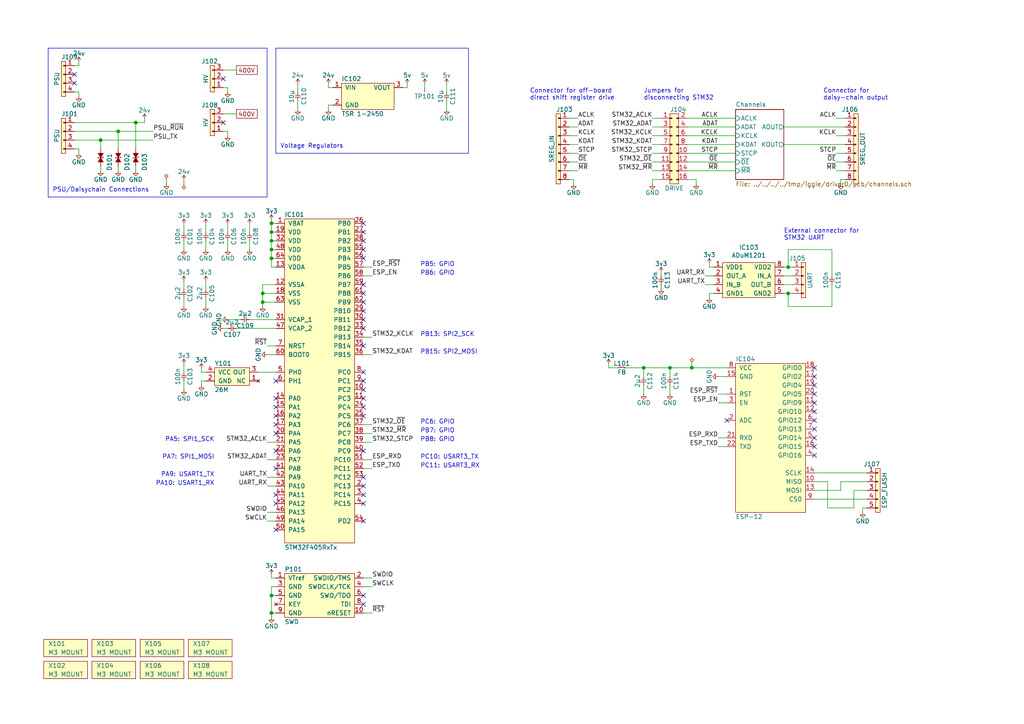
<source format=kicad_sch>
(kicad_sch (version 20230121) (generator eeschema)
  (paper "A4")
  (title_block (title "IGGie Driver Board") (date "2019-09-26") (rev "1"))
  (junction (at 78.74 177.8))
  (junction (at 228.6 85.09))
  (junction (at 228.6 77.47))
  (junction (at 78.74 72.39))
  (junction (at 78.74 74.93))
  (junction (at 76.2 87.63))
  (junction (at 76.2 85.09))
  (junction (at 78.74 67.31))
  (junction (at 39.37 35.56))
  (junction (at 78.74 172.72))
  (junction (at 34.29 38.1))
  (junction (at 186.69 106.68))
  (junction (at 200.66 106.68))
  (junction (at 194.31 106.68))
  (junction (at 78.74 64.77))
  (junction (at 29.21 40.64))
  (junction (at 78.74 69.85))
  (no_connect (at 64.77 22.86))
  (no_connect (at 105.41 138.43))
  (no_connect (at 105.41 113.03))
  (no_connect (at 105.41 69.85))
  (no_connect (at 105.41 118.11))
  (no_connect (at 105.41 140.97))
  (no_connect (at 236.22 127))
  (no_connect (at 105.41 74.93))
  (no_connect (at 80.01 135.89))
  (no_connect (at 236.22 124.46))
  (no_connect (at 210.82 121.92))
  (no_connect (at 105.41 95.25))
  (no_connect (at 80.01 143.51))
  (no_connect (at 105.41 92.71))
  (no_connect (at 105.41 72.39))
  (no_connect (at 236.22 116.84))
  (no_connect (at 236.22 109.22))
  (no_connect (at 236.22 121.92))
  (no_connect (at 21.59 21.59))
  (no_connect (at 236.22 114.3))
  (no_connect (at 105.41 146.05))
  (no_connect (at 105.41 100.33))
  (no_connect (at 105.41 110.49))
  (no_connect (at 105.41 172.72))
  (no_connect (at 80.01 146.05))
  (no_connect (at 80.01 153.67))
  (no_connect (at 80.01 115.57))
  (no_connect (at 105.41 82.55))
  (no_connect (at 105.41 120.65))
  (no_connect (at 105.41 85.09))
  (no_connect (at 105.41 107.95))
  (no_connect (at 236.22 132.08))
  (no_connect (at 80.01 123.19))
  (no_connect (at 80.01 110.49))
  (no_connect (at 105.41 64.77))
  (no_connect (at 236.22 129.54))
  (no_connect (at 105.41 143.51))
  (no_connect (at 105.41 130.81))
  (no_connect (at 236.22 106.68))
  (no_connect (at 64.77 35.56))
  (no_connect (at 105.41 67.31))
  (no_connect (at 21.59 24.13))
  (no_connect (at 105.41 90.17))
  (no_connect (at 80.01 120.65))
  (no_connect (at 105.41 87.63))
  (no_connect (at 236.22 111.76))
  (no_connect (at 80.01 125.73))
  (no_connect (at 105.41 115.57))
  (no_connect (at 236.22 119.38))
  (no_connect (at 80.01 130.81))
  (no_connect (at 80.01 118.11))
  (no_connect (at 105.41 151.13))
  (no_connect (at 105.41 175.26))
  (wire (pts (xy 227.33 82.55) (xy 229.87 82.55)))
  (wire (pts (xy 227.33 36.83) (xy 245.11 36.83)))
  (wire (pts (xy 78.74 74.93) (xy 80.01 74.93)))
  (wire (pts (xy 41.91 35.56) (xy 39.37 35.56)))
  (wire (pts (xy 123.19 24.13) (xy 123.19 25.4)))
  (wire (pts (xy 228.6 77.47) (xy 227.33 77.47)))
  (wire (pts (xy 66.04 25.4) (xy 64.77 25.4)))
  (wire (pts (xy 165.1 39.37) (xy 167.64 39.37)))
  (wire (pts (xy 208.28 114.3) (xy 210.82 114.3)))
  (wire (pts (xy 243.84 53.34) (xy 243.84 52.07)))
  (wire (pts (xy 129.54 31.75) (xy 129.54 29.21)))
  (wire (pts (xy 191.77 49.53) (xy 189.23 49.53)))
  (wire (pts (xy 80.01 67.31) (xy 78.74 67.31)))
  (wire (pts (xy 186.69 106.68) (xy 194.31 106.68)))
  (wire (pts (xy 66.04 38.1) (xy 64.77 38.1)))
  (wire (pts (xy 186.69 114.3) (xy 186.69 111.76)))
  (wire (pts (xy 76.2 88.9) (xy 76.2 87.63)))
  (wire (pts (xy 80.01 85.09) (xy 76.2 85.09)))
  (wire (pts (xy 204.47 80.01) (xy 207.01 80.01)))
  (wire (pts (xy 22.86 19.05) (xy 22.86 17.78)))
  (wire (pts (xy 241.3 88.9) (xy 228.6 88.9)))
  (wire (pts (xy 199.39 46.99) (xy 213.36 46.99)))
  (wire (pts (xy 21.59 40.64) (xy 29.21 40.64)))
  (wire (pts (xy 245.11 49.53) (xy 242.57 49.53)))
  (wire (pts (xy 59.69 88.9) (xy 59.69 86.36)))
  (wire (pts (xy 210.82 116.84) (xy 208.28 116.84)))
  (wire (pts (xy 78.74 67.31) (xy 78.74 69.85)))
  (wire (pts (xy 22.86 43.18) (xy 22.86 44.45)))
  (wire (pts (xy 181.61 106.68) (xy 186.69 106.68)))
  (wire (pts (xy 105.41 125.73) (xy 107.95 125.73)))
  (wire (pts (xy 165.1 34.29) (xy 167.64 34.29)))
  (wire (pts (xy 53.34 53.34) (xy 53.34 52.07)))
  (wire (pts (xy 194.31 109.22) (xy 194.31 106.68)))
  (wire (pts (xy 34.29 49.53) (xy 34.29 48.26)))
  (wire (pts (xy 200.66 106.68) (xy 210.82 106.68)))
  (wire (pts (xy 227.33 41.91) (xy 245.11 41.91)))
  (wire (pts (xy 21.59 43.18) (xy 22.86 43.18)))
  (wire (pts (xy 165.1 41.91) (xy 167.64 41.91)))
  (wire (pts (xy 66.04 92.71) (xy 69.85 92.71)))
  (wire (pts (xy 165.1 46.99) (xy 167.64 46.99)))
  (wire (pts (xy 78.74 64.77) (xy 78.74 67.31)))
  (wire (pts (xy 78.74 74.93) (xy 78.74 77.47)))
  (wire (pts (xy 53.34 83.82) (xy 53.34 81.28)))
  (wire (pts (xy 77.47 148.59) (xy 80.01 148.59)))
  (wire (pts (xy 76.2 85.09) (xy 76.2 82.55)))
  (wire (pts (xy 21.59 19.05) (xy 22.86 19.05)))
  (wire (pts (xy 199.39 44.45) (xy 213.36 44.45)))
  (wire (pts (xy 53.34 88.9) (xy 53.34 86.36)))
  (wire (pts (xy 165.1 36.83) (xy 167.64 36.83)))
  (wire (pts (xy 72.39 92.71) (xy 80.01 92.71)))
  (wire (pts (xy 165.1 52.07) (xy 166.37 52.07)))
  (wire (pts (xy 76.2 87.63) (xy 76.2 85.09)))
  (wire (pts (xy 59.69 83.82) (xy 59.69 81.28)))
  (wire (pts (xy 129.54 26.67) (xy 129.54 24.13)))
  (polyline (pts (xy 13.97 13.97) (xy 77.47 13.97)))
  (wire (pts (xy 205.74 86.36) (xy 205.74 85.09)))
  (wire (pts (xy 105.41 167.64) (xy 107.95 167.64)))
  (polyline (pts (xy 77.47 57.15) (xy 13.97 57.15)))
  (wire (pts (xy 205.74 85.09) (xy 207.01 85.09)))
  (wire (pts (xy 199.39 41.91) (xy 213.36 41.91)))
  (wire (pts (xy 80.01 95.25) (xy 68.58 95.25)))
  (wire (pts (xy 80.01 87.63) (xy 76.2 87.63)))
  (wire (pts (xy 76.2 82.55) (xy 80.01 82.55)))
  (wire (pts (xy 194.31 114.3) (xy 194.31 111.76)))
  (wire (pts (xy 80.01 177.8) (xy 78.74 177.8)))
  (wire (pts (xy 64.77 95.25) (xy 66.04 95.25)))
  (wire (pts (xy 58.42 110.49) (xy 59.69 110.49)))
  (wire (pts (xy 191.77 83.82) (xy 191.77 82.55)))
  (wire (pts (xy 250.19 148.59) (xy 250.19 147.32)))
  (wire (pts (xy 105.41 133.35) (xy 107.95 133.35)))
  (wire (pts (xy 72.39 72.39) (xy 72.39 69.85)))
  (polyline (pts (xy 135.89 44.45) (xy 135.89 13.97)))
  (wire (pts (xy 29.21 40.64) (xy 29.21 43.18)))
  (wire (pts (xy 229.87 80.01) (xy 227.33 80.01)))
  (wire (pts (xy 191.77 80.01) (xy 191.77 78.74)))
  (wire (pts (xy 118.11 25.4) (xy 118.11 24.13)))
  (wire (pts (xy 199.39 34.29) (xy 213.36 34.29)))
  (wire (pts (xy 189.23 52.07) (xy 191.77 52.07)))
  (wire (pts (xy 78.74 167.64) (xy 80.01 167.64)))
  (wire (pts (xy 78.74 179.07) (xy 78.74 177.8)))
  (wire (pts (xy 80.01 69.85) (xy 78.74 69.85)))
  (wire (pts (xy 95.25 25.4) (xy 96.52 25.4)))
  (wire (pts (xy 165.1 44.45) (xy 167.64 44.45)))
  (wire (pts (xy 116.84 25.4) (xy 118.11 25.4)))
  (wire (pts (xy 95.25 24.13) (xy 95.25 25.4)))
  (wire (pts (xy 247.65 147.32) (xy 247.65 142.24)))
  (wire (pts (xy 34.29 38.1) (xy 34.29 43.18)))
  (wire (pts (xy 58.42 107.95) (xy 58.42 106.68)))
  (wire (pts (xy 245.11 44.45) (xy 242.57 44.45)))
  (wire (pts (xy 247.65 142.24) (xy 251.46 142.24)))
  (wire (pts (xy 39.37 48.26) (xy 39.37 49.53)))
  (wire (pts (xy 78.74 166.37) (xy 78.74 167.64)))
  (wire (pts (xy 191.77 34.29) (xy 189.23 34.29)))
  (wire (pts (xy 105.41 170.18) (xy 107.95 170.18)))
  (wire (pts (xy 34.29 38.1) (xy 44.45 38.1)))
  (wire (pts (xy 245.11 39.37) (xy 242.57 39.37)))
  (wire (pts (xy 21.59 35.56) (xy 39.37 35.56)))
  (wire (pts (xy 191.77 44.45) (xy 189.23 44.45)))
  (wire (pts (xy 191.77 46.99) (xy 189.23 46.99)))
  (wire (pts (xy 199.39 52.07) (xy 201.93 52.07)))
  (wire (pts (xy 251.46 144.78) (xy 236.22 144.78)))
  (wire (pts (xy 86.36 31.75) (xy 86.36 29.21)))
  (wire (pts (xy 78.74 177.8) (xy 78.74 172.72)))
  (wire (pts (xy 105.41 77.47) (xy 107.95 77.47)))
  (wire (pts (xy 107.95 97.79) (xy 105.41 97.79)))
  (wire (pts (xy 236.22 139.7) (xy 240.03 139.7)))
  (wire (pts (xy 241.3 72.39) (xy 241.3 80.01)))
  (wire (pts (xy 78.74 63.5) (xy 78.74 64.77)))
  (wire (pts (xy 243.84 52.07) (xy 245.11 52.07)))
  (wire (pts (xy 228.6 72.39) (xy 241.3 72.39)))
  (wire (pts (xy 53.34 72.39) (xy 53.34 69.85)))
  (wire (pts (xy 240.03 139.7) (xy 240.03 147.32)))
  (wire (pts (xy 21.59 26.67) (xy 22.86 26.67)))
  (wire (pts (xy 66.04 26.67) (xy 66.04 25.4)))
  (wire (pts (xy 77.47 151.13) (xy 80.01 151.13)))
  (wire (pts (xy 194.31 106.68) (xy 200.66 106.68)))
  (wire (pts (xy 107.95 128.27) (xy 105.41 128.27)))
  (polyline (pts (xy 13.97 57.15) (xy 13.97 13.97)))
  (wire (pts (xy 80.01 72.39) (xy 78.74 72.39)))
  (wire (pts (xy 95.25 30.48) (xy 96.52 30.48)))
  (wire (pts (xy 199.39 39.37) (xy 213.36 39.37)))
  (wire (pts (xy 191.77 36.83) (xy 189.23 36.83)))
  (wire (pts (xy 77.47 128.27) (xy 80.01 128.27)))
  (wire (pts (xy 107.95 135.89) (xy 105.41 135.89)))
  (wire (pts (xy 200.66 105.41) (xy 200.66 106.68)))
  (wire (pts (xy 59.69 107.95) (xy 58.42 107.95)))
  (wire (pts (xy 208.28 129.54) (xy 210.82 129.54)))
  (wire (pts (xy 53.34 67.31) (xy 53.34 64.77)))
  (wire (pts (xy 64.77 33.02) (xy 68.58 33.02)))
  (wire (pts (xy 80.01 172.72) (xy 78.74 172.72)))
  (wire (pts (xy 105.41 177.8) (xy 107.95 177.8)))
  (wire (pts (xy 59.69 67.31) (xy 59.69 64.77)))
  (polyline (pts (xy 135.89 13.97) (xy 80.01 13.97)))
  (wire (pts (xy 44.45 40.64) (xy 29.21 40.64)))
  (wire (pts (xy 236.22 142.24) (xy 243.84 142.24)))
  (wire (pts (xy 48.26 53.34) (xy 48.26 52.07)))
  (wire (pts (xy 166.37 52.07) (xy 166.37 53.34)))
  (wire (pts (xy 53.34 107.95) (xy 53.34 105.41)))
  (wire (pts (xy 208.28 109.22) (xy 210.82 109.22)))
  (wire (pts (xy 78.74 69.85) (xy 78.74 72.39)))
  (wire (pts (xy 176.53 106.68) (xy 179.07 106.68)))
  (wire (pts (xy 58.42 111.76) (xy 58.42 110.49)))
  (polyline (pts (xy 80.01 44.45) (xy 135.89 44.45)))
  (wire (pts (xy 199.39 49.53) (xy 213.36 49.53)))
  (wire (pts (xy 41.91 35.56) (xy 41.91 34.29)))
  (wire (pts (xy 228.6 88.9) (xy 228.6 85.09)))
  (wire (pts (xy 245.11 34.29) (xy 242.57 34.29)))
  (wire (pts (xy 205.74 77.47) (xy 207.01 77.47)))
  (wire (pts (xy 66.04 72.39) (xy 66.04 69.85)))
  (wire (pts (xy 176.53 105.41) (xy 176.53 106.68)))
  (wire (pts (xy 80.01 138.43) (xy 77.47 138.43)))
  (wire (pts (xy 107.95 102.87) (xy 105.41 102.87)))
  (wire (pts (xy 201.93 52.07) (xy 201.93 53.34)))
  (polyline (pts (xy 77.47 13.97) (xy 77.47 57.15)))
  (wire (pts (xy 236.22 137.16) (xy 251.46 137.16)))
  (wire (pts (xy 77.47 140.97) (xy 80.01 140.97)))
  (wire (pts (xy 78.74 170.18) (xy 80.01 170.18)))
  (wire (pts (xy 74.93 107.95) (xy 80.01 107.95)))
  (wire (pts (xy 245.11 46.99) (xy 242.57 46.99)))
  (wire (pts (xy 66.04 39.37) (xy 66.04 38.1)))
  (wire (pts (xy 186.69 109.22) (xy 186.69 106.68)))
  (wire (pts (xy 243.84 142.24) (xy 243.84 139.7)))
  (wire (pts (xy 165.1 49.53) (xy 167.64 49.53)))
  (wire (pts (xy 191.77 39.37) (xy 189.23 39.37)))
  (wire (pts (xy 86.36 26.67) (xy 86.36 24.13)))
  (wire (pts (xy 77.47 133.35) (xy 80.01 133.35)))
  (wire (pts (xy 72.39 67.31) (xy 72.39 64.77)))
  (wire (pts (xy 29.21 48.26) (xy 29.21 49.53)))
  (wire (pts (xy 80.01 100.33) (xy 77.47 100.33)))
  (wire (pts (xy 241.3 82.55) (xy 241.3 88.9)))
  (wire (pts (xy 64.77 20.32) (xy 68.58 20.32)))
  (wire (pts (xy 243.84 139.7) (xy 251.46 139.7)))
  (wire (pts (xy 105.41 123.19) (xy 107.95 123.19)))
  (wire (pts (xy 78.74 72.39) (xy 78.74 74.93)))
  (wire (pts (xy 191.77 41.91) (xy 189.23 41.91)))
  (wire (pts (xy 205.74 76.2) (xy 205.74 77.47)))
  (wire (pts (xy 22.86 26.67) (xy 22.86 27.94)))
  (wire (pts (xy 21.59 38.1) (xy 34.29 38.1)))
  (wire (pts (xy 77.47 102.87) (xy 80.01 102.87)))
  (wire (pts (xy 229.87 77.47) (xy 228.6 77.47)))
  (wire (pts (xy 240.03 147.32) (xy 247.65 147.32)))
  (wire (pts (xy 228.6 77.47) (xy 228.6 72.39)))
  (wire (pts (xy 39.37 35.56) (xy 39.37 43.18)))
  (wire (pts (xy 204.47 82.55) (xy 207.01 82.55)))
  (wire (pts (xy 66.04 67.31) (xy 66.04 64.77)))
  (wire (pts (xy 78.74 77.47) (xy 80.01 77.47)))
  (polyline (pts (xy 80.01 13.97) (xy 80.01 44.45)))
  (wire (pts (xy 95.25 31.75) (xy 95.25 30.48)))
  (wire (pts (xy 59.69 72.39) (xy 59.69 69.85)))
  (wire (pts (xy 189.23 53.34) (xy 189.23 52.07)))
  (wire (pts (xy 250.19 147.32) (xy 251.46 147.32)))
  (wire (pts (xy 210.82 127) (xy 208.28 127)))
  (wire (pts (xy 107.95 80.01) (xy 105.41 80.01)))
  (wire (pts (xy 80.01 64.77) (xy 78.74 64.77)))
  (wire (pts (xy 53.34 113.03) (xy 53.34 110.49)))
  (wire (pts (xy 227.33 85.09) (xy 228.6 85.09)))
  (wire (pts (xy 78.74 172.72) (xy 78.74 170.18)))
  (wire (pts (xy 199.39 36.83) (xy 213.36 36.83)))
  (wire (pts (xy 228.6 85.09) (xy 229.87 85.09)))
  (text "PB8: GPIO" (at 121.92 128.27 0) (effects (font (size 1.27 1.27)) (justify left bottom)))
  (text "PC11: USART3_RX" (at 121.92 135.89 0) (effects (font (size 1.27 1.27)) (justify left bottom)))
  (text "Connector for\ndaisy-chain output" (at 238.76 29.21 0) (effects (font (size 1.27 1.27)) (justify left bottom)))
  (text "PB6: GPIO" (at 121.92 80.01 0) (effects (font (size 1.27 1.27)) (justify left bottom)))
  (text "PB7: GPIO" (at 121.92 125.73 0) (effects (font (size 1.27 1.27)) (justify left bottom)))
  (text "PSU/Daisychain Connections" (at 15.24 55.88 0) (effects (font (size 1.27 1.27)) (justify left bottom)))
  (text "Voltage Regulators" (at 81.28 43.18 0) (effects (font (size 1.27 1.27)) (justify left bottom)))
  (text "Jumpers for\ndisconnecting STM32" (at 186.69 29.21 0) (effects (font (size 1.27 1.27)) (justify left bottom)))
  (text "PA10: USART1_RX" (at 62.23 140.97 0) (effects (font (size 1.27 1.27)) (justify right bottom)))
  (text "PB13: SPI2_SCK" (at 121.92 97.79 0) (effects (font (size 1.27 1.27)) (justify left bottom)))
  (text "PB15: SPI2_MOSI" (at 121.92 102.87 0) (effects (font (size 1.27 1.27)) (justify left bottom)))
  (text "PA9: USART1_TX" (at 62.23 138.43 0) (effects (font (size 1.27 1.27)) (justify right bottom)))
  (text "PC10: USART3_TX" (at 121.92 133.35 0) (effects (font (size 1.27 1.27)) (justify left bottom)))
  (text "PC6: GPIO" (at 121.92 123.19 0) (effects (font (size 1.27 1.27)) (justify left bottom)))
  (text "Connector for off-board\ndirect shift register drive" (at 153.67 29.21 0) (effects (font (size 1.27 1.27)) (justify left bottom)))
  (text "PA7: SPI1_MOSI" (at 62.23 133.35 0) (effects (font (size 1.27 1.27)) (justify right bottom)))
  (text "PA5: SPI1_SCK" (at 62.23 128.27 0) (effects (font (size 1.27 1.27)) (justify right bottom)))
  (text "PB5: GPIO" (at 121.92 77.47 0) (effects (font (size 1.27 1.27)) (justify left bottom)))
  (text "External connector for\nSTM32 UART" (at 227.33 69.85 0) (effects (font (size 1.27 1.27)) (justify left bottom)))
  (label "SWDIO" (at 77.47 148.59 180))
  (label "ESP_RXD" (at 208.28 127 180))
  (label "STM32_ACLK" (at 189.23 34.29 180))
  (label "STM32_ACLK" (at 77.47 128.27 180))
  (label "KCLK" (at 242.57 39.37 180))
  (label "ACLK" (at 167.64 34.29 0))
  (label "ACLK" (at 208.28 34.29 180))
  (label "ESP_EN" (at 107.95 80.01 0))
  (label "STM32_~{OE}" (at 107.95 123.19 0))
  (label "~{RST}" (at 77.47 100.33 180))
  (label "~{MR}" (at 208.28 49.53 180))
  (label "STM32_~{OE}" (at 189.23 46.99 180))
  (label "~{OE}" (at 242.57 46.99 180))
  (label "~{OE}" (at 208.28 46.99 180))
  (label "STM32_KCLK" (at 189.23 39.37 180))
  (label "~{MR}" (at 242.57 49.53 180))
  (label "ACLK" (at 242.57 34.29 180))
  (label "~{RST}" (at 107.95 177.8 0))
  (label "STM32_STCP" (at 107.95 128.27 0))
  (label "SWCLK" (at 107.95 170.18 0))
  (label "ESP_TXD" (at 208.28 129.54 180))
  (label "STM32_~{MR}" (at 107.95 125.73 0))
  (label "ESP_RXD" (at 107.95 133.35 0))
  (label "ADAT" (at 208.28 36.83 180))
  (label "ESP_TXD" (at 107.95 135.89 0))
  (label "STM32_KCLK" (at 107.95 97.79 0))
  (label "STM32_STCP" (at 189.23 44.45 180))
  (label "UART_RX" (at 204.47 80.01 180))
  (label "ESP_EN" (at 208.28 116.84 180))
  (label "UART_TX" (at 204.47 82.55 180))
  (label "PSU_~{RUN}" (at 44.45 38.1 0))
  (label "STM32_KDAT" (at 189.23 41.91 180))
  (label "STCP" (at 167.64 44.45 0))
  (label "STM32_ADAT" (at 189.23 36.83 180))
  (label "KDAT" (at 208.28 41.91 180))
  (label "STM32_ADAT" (at 77.47 133.35 180))
  (label "~{MR}" (at 167.64 49.53 0))
  (label "PSU_TX" (at 44.45 40.64 0))
  (label "KCLK" (at 208.28 39.37 180))
  (label "STM32_KDAT" (at 107.95 102.87 0))
  (label "SWDIO" (at 107.95 167.64 0))
  (label "UART_RX" (at 77.47 140.97 180))
  (label "UART_TX" (at 77.47 138.43 180))
  (label "ESP_~{RST}" (at 107.95 77.47 0))
  (label "~{OE}" (at 167.64 46.99 0))
  (label "STCP" (at 208.28 44.45 180))
  (label "KCLK" (at 167.64 39.37 0))
  (label "KDAT" (at 167.64 41.91 0))
  (label "STM32_~{MR}" (at 189.23 49.53 180))
  (label "STCP" (at 242.57 44.45 180))
  (label "ESP_~{RST}" (at 208.28 114.3 180))
  (label "ADAT" (at 167.64 36.83 0))
  (label "SWCLK" (at 77.47 151.13 180))
  (global_label "400V" (shape passive) (at 68.58 20.32 0) (property "Intersheetrefs" "${INTERSHEET_REFS}" (effects hide)))
  (global_label "400V" (shape passive) (at 68.58 33.02 0) (property "Intersheetrefs" "${INTERSHEET_REFS}" (effects hide)))
  (symbol (lib_id "iggie-driver-rescue:CONN_01x03-agg-kicad") (at 62.23 25.4 0) (mirror x) (unit 1)
    (property "Reference" "J102" (at 58.42 17.78 0) (effects (justify left)))
    (property "Value" "HV" (at 59.69 22.86 90))
    (property "Footprint" "agg:MOLEX-KK-254P-03" (effects hide))
    (property "Farnell" "1360131" (effects hide))
  )
  (symbol (lib_id "iggie-driver-rescue:GND-agg-kicad") (at 66.04 26.67 0) (mirror y) (unit 1)
    (property "Reference" "#PWR0121" (effects hide))
    (property "Value" "GND" (at 66.04 29.21 0))
  )
  (symbol (lib_id "iggie-driver-rescue:GND-agg-kicad") (at 66.04 39.37 0) (mirror y) (unit 1)
    (property "Reference" "#PWR0153" (effects hide))
    (property "Value" "GND" (at 66.04 41.91 0))
  )
  (symbol (lib_id "iggie-driver-rescue:CONN_01x03-agg-kicad") (at 62.23 38.1 0) (mirror x) (unit 1)
    (property "Reference" "J108" (at 58.42 30.48 0) (effects (justify left)))
    (property "Value" "HV" (at 59.69 35.56 90))
    (property "Footprint" "agg:MOLEX-KK-254P-03" (effects hide))
    (property "Farnell" "1360131" (effects hide))
  )
  (symbol (lib_id "iggie-driver-rescue:5v-agg-kicad") (at 118.11 24.13 0) (unit 1)
    (property "Reference" "#PWR0136" (effects hide))
    (property "Value" "5v" (at 118.11 21.844 0))
  )
  (symbol (lib_id "iggie-driver-rescue:5v-agg-kicad") (at 123.19 24.13 0) (unit 1)
    (property "Reference" "#PWR0137" (effects hide))
    (property "Value" "5v" (at 123.19 21.844 0))
  )
  (symbol (lib_id "iggie-driver-rescue:5v-agg-kicad") (at 129.54 24.13 0) (unit 1)
    (property "Reference" "#PWR0138" (effects hide))
    (property "Value" "5v" (at 129.54 21.844 0))
  )
  (symbol (lib_id "iggie-driver-rescue:CONN_01x04-agg-kicad") (at 19.05 19.05 0) (unit 1)
    (property "Reference" "J109" (at 17.78 16.51 0) (effects (justify left)))
    (property "Value" "PSU" (at 16.51 22.86 90))
    (property "Footprint" "agg:MOLEX-KK-254P-04" (effects hide))
    (property "Farnell" "1360132" (effects hide))
  )
  (symbol (lib_id "iggie-driver-rescue:24v-agg-kicad") (at 22.86 17.78 0) (unit 1)
    (property "Reference" "#PWR0154" (effects hide))
    (property "Value" "24v" (at 22.86 15.494 0))
  )
  (symbol (lib_id "iggie-driver-rescue:GND-agg-kicad") (at 22.86 27.94 0) (unit 1)
    (property "Reference" "#PWR0155" (effects hide))
    (property "Value" "GND" (at 22.86 30.48 0))
  )
  (symbol (lib_id "iggie-driver-rescue:CONN_01x08-agg-kicad") (at 247.65 34.29 0) (mirror y) (unit 1)
    (property "Reference" "J106" (at 248.92 31.75 0) (effects (justify left)))
    (property "Value" "SREG_OUT" (at 250.19 43.18 90))
    (property "Footprint" "agg:MOLEX-PICOBLADE-53398-0871" (effects hide))
    (property "Farnell" "1125371" (effects hide))
  )
  (symbol (lib_id "iggie-driver-rescue:GND-agg-kicad") (at 243.84 53.34 0) (unit 1)
    (property "Reference" "#PWR0151" (effects hide))
    (property "Value" "GND" (at 243.84 55.88 0))
  )
  (symbol (lib_id "iggie-driver-rescue:ADuM1201-agg-kicad") (at 217.17 80.01 0) (unit 1)
    (property "Reference" "IC103" (at 217.17 71.755 0))
    (property "Value" "ADuM1201" (at 217.17 74.0664 0))
    (property "Footprint" "agg:SOIC-8" (effects hide))
    (property "Farnell" "1078202" (effects hide))
  )
  (symbol (lib_id "iggie-driver-rescue:GND-agg-kicad") (at 205.74 86.36 0) (unit 1)
    (property "Reference" "#PWR0149" (effects hide))
    (property "Value" "GND" (at 205.74 88.9 0))
  )
  (symbol (lib_id "iggie-driver-rescue:3v3-agg-kicad") (at 205.74 76.2 0) (unit 1)
    (property "Reference" "#PWR0148" (effects hide))
    (property "Value" "3v3" (at 205.74 73.914 0))
  )
  (symbol (lib_id "iggie-driver-rescue:C-agg-kicad") (at 191.77 80.01 270) (unit 1)
    (property "Reference" "C113" (at 193.548 81.28 0))
    (property "Value" "100n" (at 189.992 81.28 0))
    (property "Footprint" "agg:0603" (effects hide))
    (property "Farnell" "2320803" (effects hide))
    (property "Voltage" "50V" (effects hide))
  )
  (symbol (lib_id "iggie-driver-rescue:GND-agg-kicad") (at 191.77 83.82 0) (mirror y) (unit 1)
    (property "Reference" "#PWR0145" (effects hide))
    (property "Value" "GND" (at 191.77 86.36 0))
  )
  (symbol (lib_id "iggie-driver-rescue:3v3-agg-kicad") (at 191.77 78.74 0) (unit 1)
    (property "Reference" "#PWR0144" (effects hide))
    (property "Value" "3v3" (at 191.77 76.454 0))
  )
  (symbol (lib_id "iggie-driver-rescue:PWR-agg-kicad") (at 48.26 52.07 0) (unit 1)
    (property "Reference" "#FLG0101" (effects hide))
    (property "Value" "PWR" (effects hide))
  )
  (symbol (lib_id "iggie-driver-rescue:GND-agg-kicad") (at 48.26 53.34 0) (mirror y) (unit 1)
    (property "Reference" "#PWR0106" (effects hide))
    (property "Value" "GND" (at 48.26 55.88 0))
  )
  (symbol (lib_id "iggie-driver-rescue:CONN_01x04-agg-kicad") (at 19.05 35.56 0) (unit 1)
    (property "Reference" "J101" (at 17.78 33.02 0) (effects (justify left)))
    (property "Value" "PSU" (at 16.51 39.37 90))
    (property "Footprint" "agg:MOLEX-KK-254P-04" (effects hide))
    (property "Farnell" "1360132" (effects hide))
  )
  (symbol (lib_id "iggie-driver-rescue:24v-agg-kicad") (at 41.91 34.29 0) (unit 1)
    (property "Reference" "#PWR0105" (effects hide))
    (property "Value" "24v" (at 41.91 32.004 0))
  )
  (symbol (lib_id "iggie-driver-rescue:GND-agg-kicad") (at 22.86 44.45 0) (unit 1)
    (property "Reference" "#PWR0101" (effects hide))
    (property "Value" "GND" (at 22.86 46.99 0))
  )
  (symbol (lib_id "iggie-driver-rescue:ESD_DIODE-agg-kicad") (at 29.21 45.72 270) (unit 1)
    (property "Reference" "D101" (at 31.75 44.45 0) (effects (justify left)))
    (property "Value" "ESD_DIODE" (effects hide))
    (property "Footprint" "agg:0603" (effects hide))
    (property "Farnell" "2368174" (effects hide))
    (property "Voltage" "24V" (effects hide))
  )
  (symbol (lib_id "iggie-driver-rescue:ESD_DIODE-agg-kicad") (at 34.29 45.72 270) (unit 1)
    (property "Reference" "D102" (at 36.83 44.45 0) (effects (justify left)))
    (property "Value" "ESD_DIODE" (effects hide))
    (property "Footprint" "agg:0603" (effects hide))
    (property "Farnell" "2368174" (effects hide))
    (property "Voltage" "24V" (effects hide))
  )
  (symbol (lib_id "iggie-driver-rescue:ESD_DIODE-agg-kicad") (at 39.37 45.72 270) (unit 1)
    (property "Reference" "D103" (at 41.91 44.45 0) (effects (justify left)))
    (property "Value" "ESD_DIODE" (effects hide))
    (property "Footprint" "agg:0603" (effects hide))
    (property "Farnell" "2368174" (effects hide))
    (property "Voltage" "24V" (effects hide))
  )
  (symbol (lib_id "iggie-driver-rescue:GND-agg-kicad") (at 29.21 49.53 0) (unit 1)
    (property "Reference" "#PWR0102" (effects hide))
    (property "Value" "GND" (at 29.21 52.07 0))
  )
  (symbol (lib_id "iggie-driver-rescue:GND-agg-kicad") (at 34.29 49.53 0) (unit 1)
    (property "Reference" "#PWR0103" (effects hide))
    (property "Value" "GND" (at 34.29 52.07 0))
  )
  (symbol (lib_id "iggie-driver-rescue:GND-agg-kicad") (at 39.37 49.53 0) (unit 1)
    (property "Reference" "#PWR0104" (effects hide))
    (property "Value" "GND" (at 39.37 52.07 0))
  )
  (symbol (lib_id "iggie-driver-rescue:24v-agg-kicad") (at 53.34 52.07 0) (unit 1)
    (property "Reference" "#PWR0107" (effects hide))
    (property "Value" "24v" (at 53.34 49.784 0))
  )
  (symbol (lib_id "iggie-driver-rescue:TSR1-agg-kicad") (at 106.68 27.94 0) (unit 1)
    (property "Reference" "IC102" (at 99.06 22.86 0) (effects (justify left)))
    (property "Value" "TSR 1-2450" (at 99.06 33.02 0) (effects (justify left)))
    (property "Footprint" "agg:TSR1" (effects hide))
    (property "Datasheet" "http://www.tracopower.com/products/tsr1.pdf" (effects hide))
    (property "Farnell" "1696320" (effects hide))
  )
  (symbol (lib_id "iggie-driver-rescue:C-agg-kicad") (at 86.36 26.67 270) (unit 1)
    (property "Reference" "C110" (at 88.138 27.94 0))
    (property "Value" "10µ" (at 84.582 27.94 0))
    (property "Footprint" "agg:1210" (effects hide))
    (property "Farnell" "2781426" (effects hide))
    (property "Voltage" "50V" (effects hide))
  )
  (symbol (lib_id "iggie-driver-rescue:24v-agg-kicad") (at 86.36 24.13 0) (unit 1)
    (property "Reference" "#PWR0132" (effects hide))
    (property "Value" "24v" (at 86.36 21.844 0))
  )
  (symbol (lib_id "iggie-driver-rescue:GND-agg-kicad") (at 86.36 31.75 0) (mirror y) (unit 1)
    (property "Reference" "#PWR0133" (effects hide))
    (property "Value" "GND" (at 86.36 34.29 0))
  )
  (symbol (lib_id "iggie-driver-rescue:24v-agg-kicad") (at 95.25 24.13 0) (unit 1)
    (property "Reference" "#PWR0134" (effects hide))
    (property "Value" "24v" (at 95.25 21.844 0))
  )
  (symbol (lib_id "iggie-driver-rescue:GND-agg-kicad") (at 95.25 31.75 0) (mirror y) (unit 1)
    (property "Reference" "#PWR0135" (effects hide))
    (property "Value" "GND" (at 95.25 34.29 0))
  )
  (symbol (lib_id "iggie-driver-rescue:TESTPAD-agg-kicad") (at 123.19 25.4 270) (unit 1)
    (property "Reference" "TP101" (at 123.19 27.94 90))
    (property "Value" "TESTPAD" (effects hide))
    (property "Footprint" "agg:TESTPAD" (effects hide))
  )
  (symbol (lib_id "iggie-driver-rescue:C-agg-kicad") (at 129.54 26.67 270) (unit 1)
    (property "Reference" "C111" (at 131.318 27.94 0))
    (property "Value" "10µ" (at 127.762 27.94 0))
    (property "Footprint" "agg:1210" (effects hide))
    (property "Farnell" "2781426" (effects hide))
    (property "Voltage" "50V" (effects hide))
  )
  (symbol (lib_id "iggie-driver-rescue:GND-agg-kicad") (at 129.54 31.75 0) (mirror y) (unit 1)
    (property "Reference" "#PWR0139" (effects hide))
    (property "Value" "GND" (at 129.54 34.29 0))
  )
  (symbol (lib_id "iggie-driver-rescue:STM32F405RxTx-agg-kicad") (at 92.71 110.49 0) (unit 1)
    (property "Reference" "IC101" (at 82.55 62.23 0) (effects (justify left)))
    (property "Value" "STM32F405RxTx" (at 82.55 158.75 0) (effects (justify left)))
    (property "Footprint" "agg:LQFP-64" (effects hide))
    (property "Datasheet" "http://www.st.com/st-web-ui/static/active/en/resource/technical/document/datasheet/DM00037051.pdf" (effects hide))
    (property "Farnell" "2064363" (effects hide))
  )
  (symbol (lib_id "iggie-driver-rescue:SWD-agg-kicad") (at 92.71 172.72 0) (unit 1)
    (property "Reference" "P101" (at 82.55 165.1 0) (effects (justify left)))
    (property "Value" "SWD" (at 82.55 180.34 0) (effects (justify left)))
    (property "Footprint" "agg:FTSH-105-01-F-D-K" (effects hide))
    (property "Farnell" "2856437" (effects hide))
  )
  (symbol (lib_id "iggie-driver-rescue:3v3-agg-kicad") (at 78.74 166.37 0) (unit 1)
    (property "Reference" "#PWR0130" (effects hide))
    (property "Value" "3v3" (at 78.74 164.084 0))
  )
  (symbol (lib_id "iggie-driver-rescue:GND-agg-kicad") (at 78.74 179.07 0) (unit 1)
    (property "Reference" "#PWR0131" (effects hide))
    (property "Value" "GND" (at 78.74 181.61 0))
  )
  (symbol (lib_id "iggie-driver-rescue:3v3-agg-kicad") (at 78.74 63.5 0) (unit 1)
    (property "Reference" "#PWR0129" (effects hide))
    (property "Value" "3v3" (at 78.74 61.214 0))
  )
  (symbol (lib_id "iggie-driver-rescue:GND-agg-kicad") (at 76.2 88.9 0) (unit 1)
    (property "Reference" "#PWR0127" (effects hide))
    (property "Value" "GND" (at 76.2 91.44 0))
  )
  (symbol (lib_id "iggie-driver-rescue:CONN_01x08-agg-kicad") (at 162.56 34.29 0) (unit 1)
    (property "Reference" "J103" (at 161.29 31.75 0) (effects (justify left)))
    (property "Value" "SREG_IN" (at 160.02 43.18 90))
    (property "Footprint" "agg:MOLEX-PICOBLADE-53398-0871" (effects hide))
    (property "Farnell" "1125371" (effects hide))
  )
  (symbol (lib_id "iggie-driver-rescue:GND-agg-kicad") (at 166.37 53.34 0) (mirror y) (unit 1)
    (property "Reference" "#PWR0140" (effects hide))
    (property "Value" "GND" (at 166.37 55.88 0))
  )
  (symbol (lib_id "iggie-driver-rescue:CONN_02x08-agg-kicad") (at 196.85 34.29 0) (unit 1)
    (property "Reference" "J104" (at 194.31 31.75 0) (effects (justify left)))
    (property "Value" "DRIVE" (at 195.58 54.61 0))
    (property "Footprint" "agg:DIL-254P-16" (effects hide))
    (property "Farnell" "1593445" (effects hide))
  )
  (symbol (lib_id "iggie-driver-rescue:GND-agg-kicad") (at 201.93 53.34 0) (unit 1)
    (property "Reference" "#PWR0147" (effects hide))
    (property "Value" "GND" (at 201.93 55.88 0))
  )
  (symbol (lib_id "iggie-driver-rescue:GND-agg-kicad") (at 189.23 53.34 0) (unit 1)
    (property "Reference" "#PWR0143" (effects hide))
    (property "Value" "GND" (at 189.23 55.88 0))
  )
  (symbol (lib_id "iggie-driver-rescue:CONN_01x04-agg-kicad") (at 232.41 77.47 0) (mirror y) (unit 1)
    (property "Reference" "J105" (at 233.68 74.93 0) (effects (justify left)))
    (property "Value" "UART" (at 234.95 81.28 90))
    (property "Footprint" "agg:MOLEX-PICOBLADE-53398-0471" (effects hide))
    (property "Farnell" "1125367" (effects hide))
  )
  (symbol (lib_id "iggie-driver-rescue:C-agg-kicad") (at 241.3 80.01 270) (unit 1)
    (property "Reference" "C115" (at 243.078 81.28 0))
    (property "Value" "100n" (at 239.522 81.28 0))
    (property "Footprint" "agg:0603" (effects hide))
    (property "Farnell" "2320803" (effects hide))
    (property "Voltage" "50V" (effects hide))
  )
  (symbol (lib_id "iggie-driver-rescue:C-agg-kicad") (at 53.34 67.31 270) (unit 1)
    (property "Reference" "C101" (at 55.118 68.58 0))
    (property "Value" "100n" (at 51.562 68.58 0))
    (property "Footprint" "agg:0603" (effects hide))
    (property "Farnell" "2320803" (effects hide))
    (property "Voltage" "50V" (effects hide))
  )
  (symbol (lib_id "iggie-driver-rescue:GND-agg-kicad") (at 53.34 72.39 0) (mirror y) (unit 1)
    (property "Reference" "#PWR0109" (effects hide))
    (property "Value" "GND" (at 53.34 74.93 0))
  )
  (symbol (lib_id "iggie-driver-rescue:3v3-agg-kicad") (at 53.34 64.77 0) (unit 1)
    (property "Reference" "#PWR0108" (effects hide))
    (property "Value" "3v3" (at 53.34 62.484 0))
  )
  (symbol (lib_id "iggie-driver-rescue:C-agg-kicad") (at 59.69 67.31 270) (unit 1)
    (property "Reference" "C104" (at 61.468 68.58 0))
    (property "Value" "100n" (at 57.912 68.58 0))
    (property "Footprint" "agg:0603" (effects hide))
    (property "Farnell" "2320803" (effects hide))
    (property "Voltage" "50V" (effects hide))
  )
  (symbol (lib_id "iggie-driver-rescue:GND-agg-kicad") (at 59.69 72.39 0) (mirror y) (unit 1)
    (property "Reference" "#PWR0117" (effects hide))
    (property "Value" "GND" (at 59.69 74.93 0))
  )
  (symbol (lib_id "iggie-driver-rescue:3v3-agg-kicad") (at 59.69 64.77 0) (unit 1)
    (property "Reference" "#PWR0116" (effects hide))
    (property "Value" "3v3" (at 59.69 62.484 0))
  )
  (symbol (lib_id "iggie-driver-rescue:C-agg-kicad") (at 66.04 67.31 270) (unit 1)
    (property "Reference" "C106" (at 67.818 68.58 0))
    (property "Value" "100n" (at 64.262 68.58 0))
    (property "Footprint" "agg:0603" (effects hide))
    (property "Farnell" "2320803" (effects hide))
    (property "Voltage" "50V" (effects hide))
  )
  (symbol (lib_id "iggie-driver-rescue:GND-agg-kicad") (at 66.04 72.39 0) (mirror y) (unit 1)
    (property "Reference" "#PWR0123" (effects hide))
    (property "Value" "GND" (at 66.04 74.93 0))
  )
  (symbol (lib_id "iggie-driver-rescue:3v3-agg-kicad") (at 66.04 64.77 0) (unit 1)
    (property "Reference" "#PWR0122" (effects hide))
    (property "Value" "3v3" (at 66.04 62.484 0))
  )
  (symbol (lib_id "iggie-driver-rescue:C-agg-kicad") (at 72.39 67.31 270) (unit 1)
    (property "Reference" "C108" (at 74.168 68.58 0))
    (property "Value" "100n" (at 70.612 68.58 0))
    (property "Footprint" "agg:0603" (effects hide))
    (property "Farnell" "2320803" (effects hide))
    (property "Voltage" "50V" (effects hide))
  )
  (symbol (lib_id "iggie-driver-rescue:GND-agg-kicad") (at 72.39 72.39 0) (mirror y) (unit 1)
    (property "Reference" "#PWR0126" (effects hide))
    (property "Value" "GND" (at 72.39 74.93 0))
  )
  (symbol (lib_id "iggie-driver-rescue:3v3-agg-kicad") (at 72.39 64.77 0) (unit 1)
    (property "Reference" "#PWR0125" (effects hide))
    (property "Value" "3v3" (at 72.39 62.484 0))
  )
  (symbol (lib_id "iggie-driver-rescue:C-agg-kicad") (at 53.34 83.82 270) (unit 1)
    (property "Reference" "C102" (at 55.118 85.09 0))
    (property "Value" "2µ2" (at 51.562 85.09 0))
    (property "Footprint" "agg:0603" (effects hide))
    (property "Farnell" "2346896" (effects hide))
  )
  (symbol (lib_id "iggie-driver-rescue:GND-agg-kicad") (at 53.34 88.9 0) (mirror y) (unit 1)
    (property "Reference" "#PWR0111" (effects hide))
    (property "Value" "GND" (at 53.34 91.44 0))
  )
  (symbol (lib_id "iggie-driver-rescue:3v3-agg-kicad") (at 53.34 81.28 0) (unit 1)
    (property "Reference" "#PWR0110" (effects hide))
    (property "Value" "3v3" (at 53.34 78.994 0))
  )
  (symbol (lib_id "iggie-driver-rescue:C-agg-kicad") (at 59.69 83.82 270) (unit 1)
    (property "Reference" "C105" (at 61.468 85.09 0))
    (property "Value" "2µ2" (at 57.912 85.09 0))
    (property "Footprint" "agg:0603" (effects hide))
    (property "Farnell" "2346896" (effects hide))
  )
  (symbol (lib_id "iggie-driver-rescue:GND-agg-kicad") (at 59.69 88.9 0) (mirror y) (unit 1)
    (property "Reference" "#PWR0119" (effects hide))
    (property "Value" "GND" (at 59.69 91.44 0))
  )
  (symbol (lib_id "iggie-driver-rescue:3v3-agg-kicad") (at 59.69 81.28 0) (unit 1)
    (property "Reference" "#PWR0118" (effects hide))
    (property "Value" "3v3" (at 59.69 78.994 0))
  )
  (symbol (lib_id "iggie-driver-rescue:C-agg-kicad") (at 72.39 92.71 180) (unit 1)
    (property "Reference" "C109" (at 71.12 94.488 0))
    (property "Value" "2µ2" (at 71.12 90.932 0))
    (property "Footprint" "agg:0603" (effects hide))
    (property "Farnell" "2346896" (effects hide))
  )
  (symbol (lib_id "iggie-driver-rescue:C-agg-kicad") (at 68.58 95.25 180) (unit 1)
    (property "Reference" "C107" (at 67.31 97.028 0))
    (property "Value" "2µ2" (at 67.31 93.472 0))
    (property "Footprint" "agg:0603" (effects hide))
    (property "Farnell" "2346896" (effects hide))
  )
  (symbol (lib_id "iggie-driver-rescue:GND-agg-kicad") (at 64.77 95.25 270) (unit 1)
    (property "Reference" "#PWR0120" (effects hide))
    (property "Value" "GND" (at 62.23 95.25 0))
  )
  (symbol (lib_id "iggie-driver-rescue:GND-agg-kicad") (at 66.04 92.71 270) (unit 1)
    (property "Reference" "#PWR0124" (effects hide))
    (property "Value" "GND" (at 63.5 92.71 0))
  )
  (symbol (lib_id "iggie-driver-rescue:GND-agg-kicad") (at 77.47 102.87 270) (unit 1)
    (property "Reference" "#PWR0128" (effects hide))
    (property "Value" "GND" (at 74.93 102.87 0))
  )
  (symbol (lib_id "iggie-driver-rescue:TCXO-agg-kicad") (at 67.31 107.95 0) (unit 1)
    (property "Reference" "Y101" (at 62.23 105.41 0) (effects (justify left)))
    (property "Value" "26M" (at 62.23 113.03 0) (effects (justify left)))
    (property "Footprint" "agg:XTAL-25x20" (effects hide))
    (property "Datasheet" "http://www.farnell.com/datasheets/2713166.pdf" (effects hide))
    (property "Farnell" "2986171" (effects hide))
  )
  (symbol (lib_id "iggie-driver-rescue:C-agg-kicad") (at 53.34 107.95 270) (unit 1)
    (property "Reference" "C103" (at 55.118 109.22 0))
    (property "Value" "100n" (at 51.562 109.22 0))
    (property "Footprint" "agg:0603" (effects hide))
    (property "Farnell" "2320803" (effects hide))
    (property "Voltage" "50V" (effects hide))
  )
  (symbol (lib_id "iggie-driver-rescue:GND-agg-kicad") (at 53.34 113.03 0) (mirror y) (unit 1)
    (property "Reference" "#PWR0113" (effects hide))
    (property "Value" "GND" (at 53.34 115.57 0))
  )
  (symbol (lib_id "iggie-driver-rescue:3v3-agg-kicad") (at 53.34 105.41 0) (unit 1)
    (property "Reference" "#PWR0112" (effects hide))
    (property "Value" "3v3" (at 53.34 103.124 0))
  )
  (symbol (lib_id "iggie-driver-rescue:3v3-agg-kicad") (at 58.42 106.68 0) (unit 1)
    (property "Reference" "#PWR0114" (effects hide))
    (property "Value" "3v3" (at 58.42 104.394 0))
  )
  (symbol (lib_id "iggie-driver-rescue:GND-agg-kicad") (at 58.42 111.76 0) (mirror y) (unit 1)
    (property "Reference" "#PWR0115" (effects hide))
    (property "Value" "GND" (at 58.42 114.3 0))
  )
  (symbol (lib_id "iggie-driver-rescue:ESP-12-agg-kicad") (at 223.52 127 0) (unit 1)
    (property "Reference" "IC104" (at 213.36 104.14 0) (effects (justify left)))
    (property "Value" "ESP-12" (at 213.36 149.86 0) (effects (justify left)))
    (property "Footprint" "agg:ESP-12" (effects hide))
    (property "Datasheet" "https://www.elecrow.com/download/ESP-12F.pdf" (effects hide))
  )
  (symbol (lib_id "iggie-driver-rescue:CONN_01x05-agg-kicad") (at 254 137.16 0) (mirror y) (unit 1)
    (property "Reference" "J107" (at 255.27 134.62 0) (effects (justify left)))
    (property "Value" "ESP_FLASH" (at 256.54 142.24 90))
    (property "Footprint" "agg:SIL-254P-05" (effects hide))
  )
  (symbol (lib_id "iggie-driver-rescue:GND-agg-kicad") (at 250.19 148.59 0) (unit 1)
    (property "Reference" "#PWR0152" (effects hide))
    (property "Value" "GND" (at 250.19 151.13 0))
  )
  (symbol (lib_id "iggie-driver-rescue:GND-agg-kicad") (at 208.28 109.22 270) (unit 1)
    (property "Reference" "#PWR0150" (effects hide))
    (property "Value" "GND" (at 205.74 109.22 0))
  )
  (symbol (lib_id "iggie-driver-rescue:L-agg-kicad") (at 179.07 106.68 0) (unit 1)
    (property "Reference" "L101" (at 180.34 105.41 0))
    (property "Value" "FB" (at 180.34 107.95 0))
    (property "Footprint" "agg:0603" (effects hide))
    (property "Farnell" "1515747" (effects hide))
  )
  (symbol (lib_id "iggie-driver-rescue:C-agg-kicad") (at 194.31 109.22 270) (unit 1)
    (property "Reference" "C114" (at 196.088 110.49 0))
    (property "Value" "100n" (at 192.532 110.49 0))
    (property "Footprint" "agg:0603" (effects hide))
    (property "Farnell" "2320803" (effects hide))
    (property "Voltage" "50V" (effects hide))
  )
  (symbol (lib_id "iggie-driver-rescue:GND-agg-kicad") (at 186.69 114.3 0) (mirror y) (unit 1)
    (property "Reference" "#PWR0142" (effects hide))
    (property "Value" "GND" (at 186.69 116.84 0))
  )
  (symbol (lib_id "iggie-driver-rescue:C-agg-kicad") (at 186.69 109.22 270) (unit 1)
    (property "Reference" "C112" (at 188.468 110.49 0))
    (property "Value" "2µ2" (at 184.912 110.49 0))
    (property "Footprint" "agg:0603" (effects hide))
    (property "Farnell" "2346896" (effects hide))
  )
  (symbol (lib_id "iggie-driver-rescue:GND-agg-kicad") (at 194.31 114.3 0) (mirror y) (unit 1)
    (property "Reference" "#PWR0146" (effects hide))
    (property "Value" "GND" (at 194.31 116.84 0))
  )
  (symbol (lib_id "iggie-driver-rescue:3v3-agg-kicad") (at 176.53 105.41 0) (unit 1)
    (property "Reference" "#PWR0141" (effects hide))
    (property "Value" "3v3" (at 176.53 103.124 0))
  )
  (symbol (lib_id "iggie-driver-rescue:PWR-agg-kicad") (at 200.66 105.41 0) (unit 1)
    (property "Reference" "#FLG0103" (effects hide))
    (property "Value" "PWR" (effects hide))
  )
  (symbol (lib_id "iggie-driver-rescue:PART-agg-kicad") (at 12.7 195.58 0) (unit 1)
    (property "Reference" "X102" (at 13.97 193.04 0) (effects (justify left)))
    (property "Value" "M3 MOUNT" (at 13.97 195.58 0) (effects (justify left)))
    (property "Footprint" "agg:M3_MOUNT" (effects hide))
  )
  (symbol (lib_id "iggie-driver-rescue:PART-agg-kicad") (at 26.67 195.58 0) (unit 1)
    (property "Reference" "X104" (at 27.94 193.04 0) (effects (justify left)))
    (property "Value" "M3 MOUNT" (at 27.94 195.58 0) (effects (justify left)))
    (property "Footprint" "agg:M3_MOUNT" (effects hide))
  )
  (symbol (lib_id "iggie-driver-rescue:PART-agg-kicad") (at 40.64 195.58 0) (unit 1)
    (property "Reference" "X106" (at 41.91 193.04 0) (effects (justify left)))
    (property "Value" "M3 MOUNT" (at 41.91 195.58 0) (effects (justify left)))
    (property "Footprint" "agg:M3_MOUNT" (effects hide))
  )
  (symbol (lib_id "iggie-driver-rescue:PART-agg-kicad") (at 54.61 195.58 0) (unit 1)
    (property "Reference" "X108" (at 55.88 193.04 0) (effects (justify left)))
    (property "Value" "M3 MOUNT" (at 55.88 195.58 0) (effects (justify left)))
    (property "Footprint" "agg:M3_MOUNT" (effects hide))
  )
  (symbol (lib_id "iggie-driver-rescue:PART-agg-kicad") (at 54.61 189.23 0) (unit 1)
    (property "Reference" "X107" (at 55.88 186.69 0) (effects (justify left)))
    (property "Value" "M3 MOUNT" (at 55.88 189.23 0) (effects (justify left)))
    (property "Footprint" "agg:M3_MOUNT" (effects hide))
  )
  (symbol (lib_id "iggie-driver-rescue:PART-agg-kicad") (at 40.64 189.23 0) (unit 1)
    (property "Reference" "X105" (at 41.91 186.69 0) (effects (justify left)))
    (property "Value" "M3 MOUNT" (at 41.91 189.23 0) (effects (justify left)))
    (property "Footprint" "agg:M3_MOUNT" (effects hide))
  )
  (symbol (lib_id "iggie-driver-rescue:PART-agg-kicad") (at 26.67 189.23 0) (unit 1)
    (property "Reference" "X103" (at 27.94 186.69 0) (effects (justify left)))
    (property "Value" "M3 MOUNT" (at 27.94 189.23 0) (effects (justify left)))
    (property "Footprint" "agg:M3_MOUNT" (effects hide))
  )
  (symbol (lib_id "iggie-driver-rescue:PART-agg-kicad") (at 12.7 189.23 0) (unit 1)
    (property "Reference" "X101" (at 13.97 186.69 0) (effects (justify left)))
    (property "Value" "M3 MOUNT" (at 13.97 189.23 0) (effects (justify left)))
    (property "Footprint" "agg:M3_MOUNT" (effects hide))
  )
  (symbol (lib_id "iggie-driver-rescue:PWR-agg-kicad") (at 53.34 53.34 180) (unit 1)
    (property "Reference" "#FLG0102" (effects hide))
    (property "Value" "PWR" (effects hide))
  )
  (sheet (at 213.36 31.75) (size 13.97 20.32)
    (property "Sheetname" "Channels" (at 213.36 31.0384 0) (effects (justify left bottom)))
    (property "Sheetfile" "../../../../tmp/iggie/driver0/pcb/channels.sch" (at 213.36 52.6546 0) (effects (justify left top)))
    (pin "~{MR}" input (at 213.36 49.53 180))
    (pin "STCP" input (at 213.36 44.45 180))
    (pin "~{OE}" input (at 213.36 46.99 180))
    (pin "ACLK" input (at 213.36 34.29 180))
    (pin "ADAT" input (at 213.36 36.83 180))
    (pin "KCLK" input (at 213.36 39.37 180))
    (pin "KDAT" input (at 213.36 41.91 180))
    (pin "AOUT" output (at 227.33 36.83 0))
    (pin "KOUT" output (at 227.33 41.91 0))
  )
)
</source>
